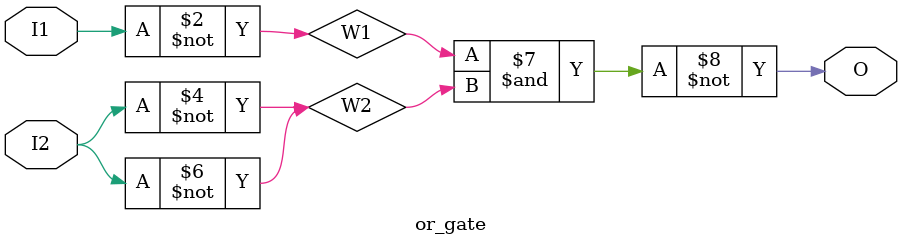
<source format=v>
module adder_4bit(s,c,a,b,cin);
output[3:0] s,c;
input[3:0] a,b;
input cin;
full_adder FA1(s[0],c[0],a[0],b[0],cin);
full_adder FA2(s[1],c[1],a[1],b[1],c[0]);
full_adder FA3(s[2],c[2],a[2],b[2],c[1]);
full_adder FA4(s[3],c[3],a[3],b[3],c[2]);
endmodule
module full_adder(s,c,a,b,cin);
output s,c;
input a,b,cin;
wire s1,c1,c2;
half_adder HA1(s1,c1,a,b);
half_adder HA2(s,c2,s1,cin);
or_gate or1(c1,c2,c);

endmodule
module half_adder(s,c,a,b);
output s,c;
input a,b;
xor_gate xor1(a,b,s);
and_gate and1(a,b,c);

endmodule
module xor_gate(I1,I2,O);
	input I1,I2;
	output O;
        wire W1,W2;
	or_gate or1(
          .I1 (I1),
	  .I2 (I2),
	  .O (W1)
	  );
        nand(W2,I1,I2);
        and_gate and1(
          .I1 (W1),
	  .I2 (W2),
	  .O (O)
	  );
        
endmodule
module and_gate(I1,I2,O);
	input I1,I2;
	output O;
        wire W;
	nand(W,I1,I2);
        nand(O,W,W);
endmodule

module or_gate(I1,I2,O);
	input I1,I2;
	output O;
        wire W1,W2;
	nand(W1,I1,I1);
        nand(W2,I2,I2);
        nand(W2,I2,I2);
	nand(O,W1,W2);
endmodule

</source>
